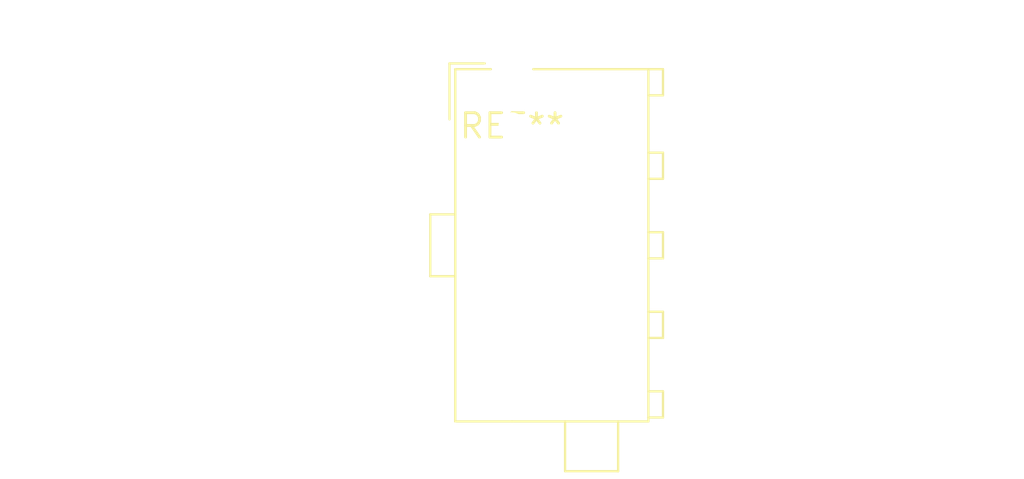
<source format=kicad_pcb>
(kicad_pcb (version 20240108) (generator pcbnew)
  (layers (0 "F.Cu" signal) (31 "B.Cu" signal) (34 "B.Paste" user) (35 "F.Paste" user) (36 "B.SilkS" user "B.Silkscreen") (37 "F.SilkS" user "F.Silkscreen") (38 "B.Mask" user) (39 "F.Mask" user) (44 "Edge.Cuts" user))
  (net 0 "")
  (footprint "TE_MATE-N-LOK_1-794073-x_2x04_P4.14mm_Vertical" (layer "F.Cu") (at 0 0)
    (property "Reference" "REF**")
    (property "Value" "TE_MATE-N-LOK_1-794073-x_2x04_P4.14mm_Vertical")
    (fp_line (start -4.255 4.6) (end -4.255 7.82) (layer "F.SilkS") (stroke (width 0.12)))
    (fp_line (start -4.255 7.82) (end -2.955 7.82) (layer "F.SilkS") (stroke (width 0.12)))
    (fp_line (start -3.255 -3.255) (end -3.255 -0.345) (layer "F.SilkS") (stroke (width 0.12)))
    (fp_line (start -2.955 -2.955) (end -2.955 15.375) (layer "F.SilkS") (stroke (width 0.12)))
    (fp_line (start -2.955 4.6) (end -4.255 4.6) (layer "F.SilkS") (stroke (width 0.12)))
    (fp_line (start -2.955 15.375) (end 0 15.375) (layer "F.SilkS") (stroke (width 0.12)))
    (fp_line (start -1.42066 -3.255) (end -3.255 -3.255) (layer "F.SilkS") (stroke (width 0.12)))
    (fp_line (start -1.103302 -2.955) (end -2.955 -2.955) (layer "F.SilkS") (stroke (width 0.12)))
    (fp_line (start 1.103302 -2.955) (end 7.095 -2.955) (layer "F.SilkS") (stroke (width 0.12)))
    (fp_line (start 2.76 15.375) (end 2.76 17.966) (layer "F.SilkS") (stroke (width 0.12)))
    (fp_line (start 2.76 17.966) (end 5.52 17.966) (layer "F.SilkS") (stroke (width 0.12)))
    (fp_line (start 5.52 17.966) (end 5.52 15.375) (layer "F.SilkS") (stroke (width 0.12)))
    (fp_line (start 7.095 -2.955) (end 7.095 15.375) (layer "F.SilkS") (stroke (width 0.12)))
    (fp_line (start 7.095 -2.955) (end 7.855 -2.955) (layer "F.SilkS") (stroke (width 0.12)))
    (fp_line (start 7.095 1.39) (end 7.855 1.39) (layer "F.SilkS") (stroke (width 0.12)))
    (fp_line (start 7.095 5.53) (end 7.855 5.53) (layer "F.SilkS") (stroke (width 0.12)))
    (fp_line (start 7.095 9.67) (end 7.855 9.67) (layer "F.SilkS") (stroke (width 0.12)))
    (fp_line (start 7.095 13.81) (end 7.855 13.81) (layer "F.SilkS") (stroke (width 0.12)))
    (fp_line (start 7.095 15.375) (end 0 15.375) (layer "F.SilkS") (stroke (width 0.12)))
    (fp_line (start 7.855 -2.955) (end 7.855 -1.595) (layer "F.SilkS") (stroke (width 0.12)))
    (fp_line (start 7.855 -1.595) (end 7.095 -1.595) (layer "F.SilkS") (stroke (width 0.12)))
    (fp_line (start 7.855 1.39) (end 7.855 2.75) (layer "F.SilkS") (stroke (width 0.12)))
    (fp_line (start 7.855 2.75) (end 7.095 2.75) (layer "F.SilkS") (stroke (width 0.12)))
    (fp_line (start 7.855 5.53) (end 7.855 6.89) (layer "F.SilkS") (stroke (width 0.12)))
    (fp_line (start 7.855 6.89) (end 7.095 6.89) (layer "F.SilkS") (stroke (width 0.12)))
    (fp_line (start 7.855 9.67) (end 7.855 11.03) (layer "F.SilkS") (stroke (width 0.12)))
    (fp_line (start 7.855 11.03) (end 7.095 11.03) (layer "F.SilkS") (stroke (width 0.12)))
    (fp_line (start 7.855 13.81) (end 7.855 15.17) (layer "F.SilkS") (stroke (width 0.12)))
    (fp_line (start 7.855 15.17) (end 7.095 15.17) (layer "F.SilkS") (stroke (width 0.12)))
    (pad "" np_thru_hole circle (at 0 -4.44) (size 3.18 3.18) (drill 3.18) (layers *.Cu *.Mask))
    (pad "1" thru_hole roundrect (at 0 0) (size 2.64 2.64) (drill 1.4) (layers *.Cu *.Mask) (remove_unused_layers) (roundrect_rratio 0.094697))
    (pad "2" thru_hole circle (at 0 4.14) (size 2.64 2.64) (drill 1.4) (layers *.Cu *.Mask) (remove_unused_layers))
    (pad "3" thru_hole circle (at 0 8.28) (size 2.64 2.64) (drill 1.4) (layers *.Cu *.Mask) (remove_unused_layers))
    (pad "4" thru_hole circle (at 0 12.42) (size 2.64 2.64) (drill 1.4) (layers *.Cu *.Mask) (remove_unused_layers))
    (pad "5" thru_hole circle (at 4.14 0) (size 2.64 2.64) (drill 1.4) (layers *.Cu *.Mask) (remove_unused_layers))
    (pad "6" thru_hole circle (at 4.14 4.14) (size 2.64 2.64) (drill 1.4) (layers *.Cu *.Mask) (remove_unused_layers))
    (pad "7" thru_hole circle (at 4.14 8.28) (size 2.64 2.64) (drill 1.4) (layers *.Cu *.Mask) (remove_unused_layers))
    (pad "8" thru_hole circle (at 4.14 12.42) (size 2.64 2.64) (drill 1.4) (layers *.Cu *.Mask) (remove_unused_layers))
  )
)
</source>
